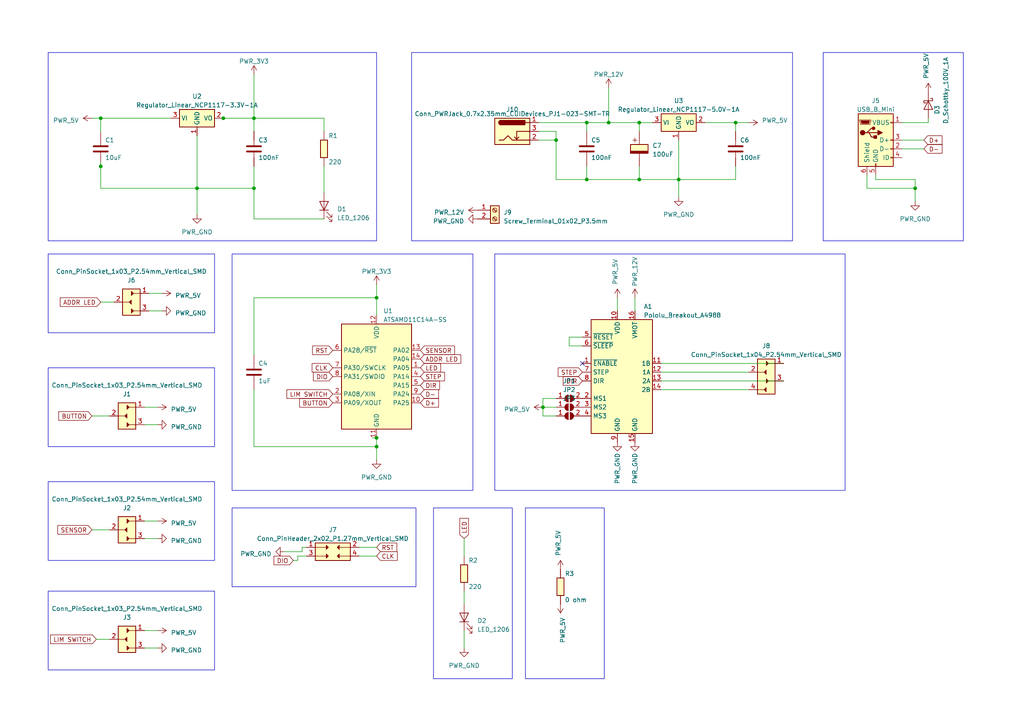
<source format=kicad_sch>
(kicad_sch (version 20230121) (generator eeschema)
  (paper "A4")
  (lib_symbols
    (symbol "A4899:Pololu_Breakout_A4988"
      (property "Reference" "A1" (at 7.0359 19.05 0))
      (property "Value" "Pololu_Breakout_A4988" (at 7.0359 16.51 0))
      (symbol "Pololu_Breakout_A4988_0_1"
        (rectangle (start 10.16 -17.78) (end -7.62 15.24) (stroke (width 0.254)) (fill (type background)))
      )
      (symbol "Pololu_Breakout_A4988_1_1"
        (pin input line (at -10.16 2.54 0) (length 2.54) (name "~{ENABLE}") (number "1"))
        (pin power_in line (at 0 17.78 270) (length 2.54) (name "VDD") (number "10"))
        (pin output line (at 12.7 2.54 180) (length 2.54) (name "1B") (number "11"))
        (pin output line (at 12.7 0 180) (length 2.54) (name "1A") (number "12"))
        (pin output line (at 12.7 -2.54 180) (length 2.54) (name "2A") (number "13"))
        (pin output line (at 12.7 -5.08 180) (length 2.54) (name "2B") (number "14"))
        (pin power_in line (at 5.08 -20.32 90) (length 2.54) (name "GND") (number "15"))
        (pin power_in line (at 5.08 17.78 270) (length 2.54) (name "VMOT") (number "16"))
        (pin input line (at -10.16 -7.62 0) (length 2.54) (name "MS1") (number "2"))
        (pin input line (at -10.16 -10.16 0) (length 2.54) (name "MS2") (number "3"))
        (pin input line (at -10.16 -12.7 0) (length 2.54) (name "MS3") (number "4"))
        (pin input line (at -10.16 10.16 0) (length 2.54) (name "~{RESET}") (number "5"))
        (pin input line (at -10.16 7.62 0) (length 2.54) (name "~{SLEEP}") (number "6"))
        (pin input line (at -10.16 0 0) (length 2.54) (name "STEP") (number "7"))
        (pin input line (at -10.16 -2.54 0) (length 2.54) (name "DIR") (number "8"))
        (pin power_in line (at 0 -20.32 90) (length 2.54) (name "GND") (number "9"))
      )
    )
    (symbol "Connector:USB_B_Mini" (pin_names (offset 1.016))
      (property "Reference" "J" (at -5.08 11.43 0))
      (property "Value" "USB_B_Mini" (at -5.08 8.89 0))
      (symbol "USB_B_Mini_0_1"
        (rectangle (start -5.08 -7.62) (end 5.08 7.62) (stroke (width 0.254)) (fill (type background)))
        (circle (center -3.81 2.159) (radius 0.635) (stroke (width 0.254)) (fill (type outline)))
        (circle (center -0.635 3.429) (radius 0.381) (stroke (width 0.254)) (fill (type outline)))
        (rectangle (start -0.127 -7.62) (end 0.127 -6.858))
        (polyline (pts (xy -1.905 2.159) (xy 0.635 2.159)) (stroke (width 0.254)))
        (polyline (pts (xy -3.175 2.159) (xy -2.54 2.159) (xy -1.27 3.429) (xy -0.635 3.429)) (stroke (width 0.254)))
        (polyline (pts (xy -2.54 2.159) (xy -1.905 2.159) (xy -1.27 0.889) (xy 0 0.889)) (stroke (width 0.254)))
        (polyline (pts (xy 0.635 2.794) (xy 0.635 1.524) (xy 1.905 2.159) (xy 0.635 2.794)) (stroke (width 0.254)) (fill (type outline)))
        (polyline (pts (xy -4.318 5.588) (xy -1.778 5.588) (xy -2.032 4.826) (xy -4.064 4.826) (xy -4.318 5.588)) (fill (type outline)))
        (polyline (pts (xy -4.699 5.842) (xy -4.699 5.588) (xy -4.445 4.826) (xy -4.445 4.572) (xy -1.651 4.572) (xy -1.651 4.826) (xy -1.397 5.588) (xy -1.397 5.842) (xy -4.699 5.842)))
        (rectangle (start 0.254 1.27) (end -0.508 0.508) (stroke (width 0.254)) (fill (type outline)))
        (rectangle (start 5.08 -5.207) (end 4.318 -4.953))
        (rectangle (start 5.08 -2.667) (end 4.318 -2.413))
        (rectangle (start 5.08 -0.127) (end 4.318 0.127))
        (rectangle (start 5.08 4.953) (end 4.318 5.207))
      )
      (symbol "USB_B_Mini_1_1"
        (pin power_out line (at 7.62 5.08 180) (length 2.54) (name "VBUS") (number "1"))
        (pin bidirectional line (at 7.62 -2.54 180) (length 2.54) (name "D-") (number "2"))
        (pin bidirectional line (at 7.62 0 180) (length 2.54) (name "D+") (number "3"))
        (pin passive line (at 7.62 -5.08 180) (length 2.54) (name "ID") (number "4"))
        (pin power_out line (at 0 -10.16 90) (length 2.54) (name "GND") (number "5"))
        (pin passive line (at -2.54 -10.16 90) (length 2.54) (name "Shield") (number "6"))
      )
    )
    (symbol "Jumper:SolderJumper_2_Open" (pin_names (offset 0) hide)
      (property "Reference" "JP" (at 0 2.032 0))
      (property "Value" "SolderJumper_2_Open" (at 0 -2.54 0))
      (symbol "SolderJumper_2_Open_0_1"
        (arc (start -0.254 1.016) (mid -1.2656 0) (end -0.254 -1.016))
        (arc (start -0.254 1.016) (mid -1.2656 0) (end -0.254 -1.016) (fill (type outline)))
        (polyline (pts (xy -0.254 1.016) (xy -0.254 -1.016)))
        (polyline (pts (xy 0.254 1.016) (xy 0.254 -1.016)))
        (arc (start 0.254 -1.016) (mid 1.2656 0) (end 0.254 1.016))
        (arc (start 0.254 -1.016) (mid 1.2656 0) (end 0.254 1.016) (fill (type outline)))
      )
      (symbol "SolderJumper_2_Open_1_1"
        (pin passive line (at -3.81 0 0) (length 2.54) (name "A") (number "1"))
        (pin passive line (at 3.81 0 180) (length 2.54) (name "B") (number "2"))
      )
    )
    (symbol "MCU_Microchip_SAMD:ATSAMD11C14A-SS"
      (property "Reference" "U" (at -10.16 16.51 0))
      (property "Value" "ATSAMD11C14A-SS" (at 1.27 16.51 0))
      (symbol "ATSAMD11C14A-SS_0_1"
        (rectangle (start -10.16 15.24) (end 10.16 -15.24) (stroke (width 0.254)) (fill (type background)))
      )
      (symbol "ATSAMD11C14A-SS_1_1"
        (pin bidirectional line (at 12.7 2.54 180) (length 2.54) (name "PA05") (number "1"))
        (pin bidirectional line (at 12.7 -7.62 180) (length 2.54) (name "PA25") (number "10"))
        (pin power_in line (at 0 -17.78 90) (length 2.54) (name "GND") (number "11"))
        (pin power_in line (at 0 17.78 270) (length 2.54) (name "VDD") (number "12"))
        (pin bidirectional line (at 12.7 7.62 180) (length 2.54) (name "PA02") (number "13"))
        (pin bidirectional line (at 12.7 5.08 180) (length 2.54) (name "PA04") (number "14"))
        (pin bidirectional line (at -12.7 -5.08 0) (length 2.54) (name "PA08/XIN") (number "2"))
        (pin bidirectional line (at -12.7 -7.62 0) (length 2.54) (name "PA09/XOUT") (number "3"))
        (pin bidirectional line (at 12.7 0 180) (length 2.54) (name "PA14") (number "4"))
        (pin bidirectional line (at 12.7 -2.54 180) (length 2.54) (name "PA15") (number "5"))
        (pin bidirectional line (at -12.7 7.62 0) (length 2.54) (name "PA28/~{RST}") (number "6"))
        (pin bidirectional line (at -12.7 2.54 0) (length 2.54) (name "PA30/SWCLK") (number "7"))
        (pin bidirectional line (at -12.7 0 0) (length 2.54) (name "PA31/SWDIO") (number "8"))
        (pin bidirectional line (at 12.7 -5.08 180) (length 2.54) (name "PA24") (number "9"))
      )
    )
    (symbol "fab:CP_Elec_D10.0mm" (pin_numbers hide)
      (property "Reference" "C" (at 1.27 2.54 0))
      (property "Value" "CP_Elec_D10.0mm" (at 1.27 -2.54 0))
      (symbol "CP_Elec_D10.0mm_0_1"
        (rectangle (start -2.54 -0.635) (end 2.54 -1.27) (fill (type outline)))
        (polyline (pts (xy -1.27 1.905) (xy -1.27 3.175)))
        (polyline (pts (xy -0.635 2.54) (xy -1.905 2.54)))
        (polyline (pts (xy 0 -1.27) (xy 0 -2.54)))
        (polyline (pts (xy 0 2.54) (xy 0 1.27)))
        (polyline (pts (xy -2.54 -1.27) (xy -2.54 1.27) (xy 2.54 1.27) (xy 2.54 -1.27) (xy -2.54 -1.27)) (stroke (width 0.254)) (fill (type background)))
      )
      (symbol "CP_Elec_D10.0mm_1_1"
        (pin passive line (at 0 5.08 270) (length 2.54) (name "~") (number "1"))
        (pin passive line (at 0 -5.08 90) (length 2.54) (name "~") (number "2"))
      )
    )
    (symbol "fab:C_1206" (pin_numbers hide)
      (property "Reference" "C" (at 0.635 2.54 0))
      (property "Value" "C_1206" (at 0.635 -2.54 0))
      (symbol "C_1206_0_1"
        (polyline (pts (xy -2.032 -0.762) (xy 2.032 -0.762)) (stroke (width 0.508)))
        (polyline (pts (xy -2.032 0.762) (xy 2.032 0.762)) (stroke (width 0.508)))
        (polyline (pts (xy 0 -0.635) (xy 0 -2.54)))
        (polyline (pts (xy 0 0.635) (xy 0 2.54)))
      )
      (symbol "C_1206_1_1"
        (pin passive line (at 0 5.08 270) (length 2.54) (name "~") (number "1"))
        (pin passive line (at 0 -5.08 90) (length 2.54) (name "~") (number "2"))
      )
    )
    (symbol "fab:Conn_PWRJack_0.7x2.35mm_CUIDevices_PJ1-023-SMT-TR" (pin_names hide)
      (property "Reference" "J" (at 0 5.334 0))
      (property "Value" "Conn_PWRJack_0.7x2.35mm_CUIDevices_PJ1-023-SMT-TR" (at 0 -5.08 0))
      (symbol "Conn_PWRJack_0.7x2.35mm_CUIDevices_PJ1-023-SMT-TR_0_1"
        (rectangle (start -5.08 3.81) (end 5.08 -3.81) (stroke (width 0.254)) (fill (type background)))
        (arc (start -3.302 3.175) (mid -3.9343 2.54) (end -3.302 1.905) (stroke (width 0.254)))
        (arc (start -3.302 3.175) (mid -3.9343 2.54) (end -3.302 1.905) (stroke (width 0.254)) (fill (type outline)))
        (polyline (pts (xy 1.27 -2.286) (xy 1.905 -1.651)) (stroke (width 0.254)))
        (polyline (pts (xy 5.08 2.54) (xy 3.81 2.54)) (stroke (width 0.254)))
        (polyline (pts (xy 5.08 0) (xy 1.27 0) (xy 1.27 -2.286) (xy 0.635 -1.651)) (stroke (width 0.254)))
        (polyline (pts (xy -3.81 -2.54) (xy -2.54 -2.54) (xy -1.27 -1.27) (xy 0 -2.54) (xy 2.54 -2.54) (xy 5.08 -2.54)) (stroke (width 0.254)))
        (rectangle (start 3.683 3.175) (end -3.302 1.905) (stroke (width 0.254)) (fill (type outline)))
      )
      (symbol "Conn_PWRJack_0.7x2.35mm_CUIDevices_PJ1-023-SMT-TR_1_1"
        (pin passive line (at 7.62 2.54 180) (length 2.54) (name "~") (number "1"))
        (pin passive line (at 7.62 -2.54 180) (length 2.54) (name "~") (number "2"))
        (pin passive line (at 7.62 0 180) (length 2.54) (name "~") (number "3"))
      )
    )
    (symbol "fab:Conn_PinHeader_2x02_P1.27mm_Vertical_SMD" (pin_names hide)
      (property "Reference" "J" (at 0 3.81 0))
      (property "Value" "Conn_PinHeader_2x02_P1.27mm_Vertical_SMD" (at 1.27 -3.81 0))
      (symbol "Conn_PinHeader_2x02_P1.27mm_Vertical_SMD_0_1"
        (polyline (pts (xy -5.08 -1.27) (xy -1.27 -1.27)))
        (polyline (pts (xy -1.27 1.27) (xy -5.08 1.27)))
        (polyline (pts (xy 1.27 -1.27) (xy 5.08 -1.27)))
        (polyline (pts (xy 1.27 1.27) (xy 5.08 1.27)))
        (polyline (pts (xy -1.905 -0.635) (xy -1.27 -1.27) (xy -1.905 -1.905) (xy -1.905 -0.635)) (fill (type outline)))
        (polyline (pts (xy -1.905 1.905) (xy -1.27 1.27) (xy -1.905 0.635) (xy -1.905 1.905)) (fill (type outline)))
        (polyline (pts (xy 1.905 -0.635) (xy 1.27 -1.27) (xy 1.905 -1.905) (xy 1.905 -0.635)) (fill (type outline)))
        (polyline (pts (xy 1.905 1.905) (xy 1.27 1.27) (xy 1.905 0.635) (xy 1.905 1.905)) (fill (type outline)))
      )
      (symbol "Conn_PinHeader_2x02_P1.27mm_Vertical_SMD_1_1"
        (rectangle (start -5.08 2.54) (end 5.08 -2.54) (stroke (width 0.254)) (fill (type background)))
        (pin passive line (at -7.62 1.27 0) (length 2.54) (name "Pin_1") (number "1"))
        (pin passive line (at 7.62 1.27 180) (length 2.54) (name "Pin_2") (number "2"))
        (pin passive line (at -7.62 -1.27 0) (length 2.54) (name "Pin_3") (number "3"))
        (pin passive line (at 7.62 -1.27 180) (length 2.54) (name "Pin_4") (number "4"))
      )
    )
    (symbol "fab:Conn_PinSocket_1x03_P2.54mm_Vertical_SMD" (pin_names hide)
      (property "Reference" "J" (at 0 5.08 0))
      (property "Value" "Conn_PinSocket_1x03_P2.54mm_Vertical_SMD" (at 0 -5.08 0))
      (symbol "Conn_PinSocket_1x03_P2.54mm_Vertical_SMD_0_0"
        (rectangle (start -2.54 3.81) (end 2.54 -3.81) (stroke (width 0.254)) (fill (type background)))
        (polyline (pts (xy 0 0) (xy -2.54 0)))
        (polyline (pts (xy 2.54 -2.54) (xy 0 -2.54)))
        (polyline (pts (xy 2.54 2.54) (xy 0 2.54)))
        (polyline (pts (xy 0 -3.175) (xy 0.635 -2.54) (xy 0 -1.905) (xy 0 -3.175)) (fill (type outline)))
        (polyline (pts (xy 0 -0.635) (xy -0.635 0) (xy 0 0.635) (xy 0 -0.635)) (fill (type outline)))
        (polyline (pts (xy 0 1.905) (xy 0.635 2.54) (xy 0 3.175) (xy 0 1.905)) (fill (type outline)))
      )
      (symbol "Conn_PinSocket_1x03_P2.54mm_Vertical_SMD_1_1"
        (pin passive line (at 5.08 2.54 180) (length 2.54) (name "Pin_1") (number "1"))
        (pin passive line (at -5.08 0 0) (length 2.54) (name "Pin_2") (number "2"))
        (pin passive line (at 5.08 -2.54 180) (length 2.54) (name "Pin_1") (number "3"))
      )
    )
    (symbol "fab:Conn_PinSocket_1x04_P2.54mm_Vertical_SMD" (pin_names hide)
      (property "Reference" "J" (at 0 6.35 0))
      (property "Value" "Conn_PinSocket_1x04_P2.54mm_Vertical_SMD" (at 0 -6.35 0))
      (symbol "Conn_PinSocket_1x04_P2.54mm_Vertical_SMD_0_0"
        (rectangle (start -2.54 5.08) (end 2.54 -5.08) (stroke (width 0.254)) (fill (type background)))
        (polyline (pts (xy 0 -3.81) (xy -2.54 -3.81)))
        (polyline (pts (xy 0 1.27) (xy -2.54 1.27)))
        (polyline (pts (xy 2.54 -1.27) (xy 0 -1.27)))
        (polyline (pts (xy 2.54 3.81) (xy 0 3.81)))
        (polyline (pts (xy 0 -4.445) (xy -0.635 -3.81) (xy 0 -3.175) (xy 0 -4.445)) (fill (type outline)))
        (polyline (pts (xy 0 -1.905) (xy 0.635 -1.27) (xy 0 -0.635) (xy 0 -1.905)) (fill (type outline)))
        (polyline (pts (xy 0 0.635) (xy -0.635 1.27) (xy 0 1.905) (xy 0 0.635)) (fill (type outline)))
        (polyline (pts (xy 0 3.175) (xy 0.635 3.81) (xy 0 4.445) (xy 0 3.175)) (fill (type outline)))
      )
      (symbol "Conn_PinSocket_1x04_P2.54mm_Vertical_SMD_1_1"
        (pin passive line (at 5.08 3.81 180) (length 2.54) (name "Pin_1") (number "1"))
        (pin passive line (at -5.08 1.27 0) (length 2.54) (name "Pin_2") (number "2"))
        (pin passive line (at 5.08 -1.27 180) (length 2.54) (name "Pin_1") (number "3"))
        (pin passive line (at -5.08 -3.81 0) (length 2.54) (name "Pin_2") (number "4"))
      )
    )
    (symbol "fab:D_Schottky_100V_1A" (pin_numbers hide) (pin_names (offset 1.016) hide)
      (property "Reference" "D" (at 0 2.54 0))
      (property "Value" "D_Schottky_100V_1A" (at 0 -2.54 0))
      (symbol "D_Schottky_100V_1A_0_1"
        (polyline (pts (xy 1.27 0) (xy -1.27 0)))
        (polyline (pts (xy 1.27 1.27) (xy 1.27 -1.27) (xy -1.27 0) (xy 1.27 1.27)) (stroke (width 0.2032)))
        (polyline (pts (xy -1.905 0.635) (xy -1.905 1.27) (xy -1.27 1.27) (xy -1.27 -1.27) (xy -0.635 -1.27) (xy -0.635 -0.635)) (stroke (width 0.2032)))
      )
      (symbol "D_Schottky_100V_1A_1_1"
        (pin passive line (at -3.81 0 0) (length 2.54) (name "K") (number "1"))
        (pin passive line (at 3.81 0 180) (length 2.54) (name "A") (number "2"))
      )
    )
    (symbol "fab:LED_1206" (pin_numbers hide) (pin_names (offset 1.016) hide)
      (property "Reference" "D" (at 0 2.54 0))
      (property "Value" "LED_1206" (at 0 -2.54 0))
      (symbol "LED_1206_0_1"
        (polyline (pts (xy -1.27 -1.27) (xy -1.27 1.27)) (stroke (width 0.2032)))
        (polyline (pts (xy -1.27 0) (xy 1.27 0)))
        (polyline (pts (xy 1.27 -1.27) (xy 1.27 1.27) (xy -1.27 0) (xy 1.27 -1.27)) (stroke (width 0.2032)))
        (polyline (pts (xy -3.048 -0.762) (xy -4.572 -2.286) (xy -3.81 -2.286) (xy -4.572 -2.286) (xy -4.572 -1.524)))
        (polyline (pts (xy -1.778 -0.762) (xy -3.302 -2.286) (xy -2.54 -2.286) (xy -3.302 -2.286) (xy -3.302 -1.524)))
      )
      (symbol "LED_1206_1_1"
        (pin passive line (at -3.81 0 0) (length 2.54) (name "K") (number "1"))
        (pin passive line (at 3.81 0 180) (length 2.54) (name "A") (number "2"))
      )
    )
    (symbol "fab:PWR_12V" (power) (pin_names (offset 0))
      (property "Value" "PWR_12V" (at 0 3.556 0))
      (symbol "PWR_12V_0_1"
        (polyline (pts (xy -0.762 1.27) (xy 0 2.54)))
        (polyline (pts (xy 0 0) (xy 0 2.54)))
        (polyline (pts (xy 0 2.54) (xy 0.762 1.27)))
      )
      (symbol "PWR_12V_1_1"
        (pin power_in line (at 0 0 90) (length 0) hide (name "PWR_12V") (number "1"))
      )
    )
    (symbol "fab:PWR_3V3" (power) (pin_names (offset 0))
      (property "Value" "PWR_3V3" (at 0 3.556 0))
      (symbol "PWR_3V3_0_1"
        (polyline (pts (xy -0.762 1.27) (xy 0 2.54)))
        (polyline (pts (xy 0 0) (xy 0 2.54)))
        (polyline (pts (xy 0 2.54) (xy 0.762 1.27)))
      )
      (symbol "PWR_3V3_1_1"
        (pin power_in line (at 0 0 90) (length 0) hide (name "PWR_3V3") (number "1"))
      )
    )
    (symbol "fab:PWR_5V" (power) (pin_names (offset 0))
      (property "Value" "PWR_5V" (at 0 3.556 0))
      (symbol "PWR_5V_0_1"
        (polyline (pts (xy -0.762 1.27) (xy 0 2.54)))
        (polyline (pts (xy 0 0) (xy 0 2.54)))
        (polyline (pts (xy 0 2.54) (xy 0.762 1.27)))
      )
      (symbol "PWR_5V_1_1"
        (pin power_in line (at 0 0 90) (length 0) hide (name "PWR_5V") (number "1"))
      )
    )
    (symbol "fab:PWR_GND" (power) (pin_names (offset 0))
      (property "Value" "PWR_GND" (at 0 -3.81 0))
      (symbol "PWR_GND_0_1"
        (polyline (pts (xy 0 0) (xy 0 -1.27) (xy 1.27 -1.27) (xy 0 -2.54) (xy -1.27 -1.27) (xy 0 -1.27)))
      )
      (symbol "PWR_GND_1_1"
        (pin power_in line (at 0 0 270) (length 0) hide (name "PWR_GND") (number "1"))
      )
    )
    (symbol "fab:R_1206" (pin_numbers hide) (pin_names (offset 0))
      (property "Reference" "R" (at 2.54 0 90))
      (property "Value" "R_1206" (at -2.54 0 90))
      (symbol "R_1206_0_1"
        (rectangle (start -1.016 -2.54) (end 1.016 2.54) (stroke (width 0.254)) (fill (type background)))
      )
      (symbol "R_1206_1_1"
        (pin passive line (at 0 5.08 270) (length 2.54) (name "~") (number "1"))
        (pin passive line (at 0 -5.08 90) (length 2.54) (name "~") (number "2"))
      )
    )
    (symbol "fab:Regulator_Linear_NCP1117-5.0V-1A"
      (property "Reference" "U" (at -5.08 6.35 0))
      (property "Value" "Regulator_Linear_NCP1117-5.0V-1A" (at -5.08 3.81 0))
      (symbol "Regulator_Linear_NCP1117-5.0V-1A_0_1"
        (rectangle (start -5.08 2.54) (end 5.08 -2.54) (stroke (width 0.254)) (fill (type background)))
      )
      (symbol "Regulator_Linear_NCP1117-5.0V-1A_1_1"
        (pin power_in line (at 0 -5.08 90) (length 2.54) (name "GND") (number "1"))
        (pin power_out line (at 7.62 0 180) (length 2.54) (name "VO") (number "2"))
        (pin power_in line (at -7.62 0 0) (length 2.54) (name "VI") (number "3"))
      )
    )
    (symbol "fab:Screw_Terminal_01x02_P3.5mm" (pin_names (offset 1.016) hide)
      (property "Reference" "J" (at 0 3.81 0))
      (property "Value" "Screw_Terminal_01x02_P3.5mm" (at 0 -3.81 0))
      (symbol "Screw_Terminal_01x02_P3.5mm_1_1"
        (rectangle (start -1.27 2.54) (end 1.27 -2.54) (stroke (width 0.254)) (fill (type background)))
        (circle (center 0 -1.27) (radius 0.635) (stroke (width 0.1524)))
        (polyline (pts (xy -0.5334 -0.9398) (xy 0.3302 -1.778)) (stroke (width 0.1524)))
        (polyline (pts (xy -0.5334 1.6002) (xy 0.3302 0.762)) (stroke (width 0.1524)))
        (polyline (pts (xy -0.3556 -0.762) (xy 0.508 -1.6002)) (stroke (width 0.1524)))
        (polyline (pts (xy -0.3556 1.778) (xy 0.508 0.9398)) (stroke (width 0.1524)))
        (circle (center 0 1.27) (radius 0.635) (stroke (width 0.1524)))
        (pin passive line (at -5.08 1.27 0) (length 3.81) (name "Pin_1") (number "1"))
        (pin passive line (at -5.08 -1.27 0) (length 3.81) (name "Pin_2") (number "2"))
      )
    )
  )
  (junction (at 157.48 118.11))
  (junction (at 213.36 35.56))
  (junction (at 64.77 34.29))
  (junction (at 29.21 48.26))
  (junction (at 161.29 40.64))
  (junction (at 57.15 54.61))
  (junction (at 29.21 34.29))
  (junction (at 185.42 52.07))
  (junction (at 170.18 35.56))
  (junction (at 185.42 35.56))
  (junction (at 109.22 129.54))
  (junction (at 73.66 34.29))
  (junction (at 170.18 52.07))
  (junction (at 176.53 35.56))
  (junction (at 196.85 52.07))
  (junction (at 265.43 54.61))
  (junction (at 73.66 54.61))
  (junction (at 109.22 86.36))
  (junction (at 109.22 127))
  (no_connect (at 168.91 105.41))
  (wire (pts (xy 170.18 52.07) (xy 185.42 52.07)))
  (wire (pts (xy 156.21 38.1) (xy 161.29 38.1)))
  (wire (pts (xy 134.62 171.45) (xy 134.62 175.26)))
  (wire (pts (xy 43.18 90.17) (xy 46.99 90.17)))
  (wire (pts (xy 170.18 35.56) (xy 176.53 35.56)))
  (wire (pts (xy 87.63 160.02) (xy 82.55 160.02)))
  (wire (pts (xy 191.77 110.49) (xy 227.33 110.49)))
  (wire (pts (xy 41.91 182.88) (xy 45.72 182.88)))
  (wire (pts (xy 254 52.07) (xy 265.43 52.07)))
  (wire (pts (xy 184.15 86.36) (xy 184.15 90.17)))
  (wire (pts (xy 29.21 46.99) (xy 29.21 48.26)))
  (wire (pts (xy 170.18 35.56) (xy 170.18 38.1)))
  (wire (pts (xy 93.98 63.5) (xy 73.66 63.5)))
  (wire (pts (xy 87.63 158.75) (xy 87.63 160.02)))
  (wire (pts (xy 196.85 52.07) (xy 213.36 52.07)))
  (wire (pts (xy 191.77 113.03) (xy 217.17 113.03)))
  (wire (pts (xy 185.42 35.56) (xy 189.23 35.56)))
  (wire (pts (xy 26.67 153.67) (xy 31.75 153.67)))
  (wire (pts (xy 251.46 54.61) (xy 265.43 54.61)))
  (wire (pts (xy 29.21 54.61) (xy 57.15 54.61)))
  (wire (pts (xy 41.91 187.96) (xy 45.72 187.96)))
  (wire (pts (xy 41.91 123.19) (xy 45.72 123.19)))
  (wire (pts (xy 157.48 120.65) (xy 157.48 118.11)))
  (wire (pts (xy 185.42 48.26) (xy 185.42 52.07)))
  (wire (pts (xy 191.77 107.95) (xy 217.17 107.95)))
  (wire (pts (xy 165.1 97.79) (xy 165.1 100.33)))
  (wire (pts (xy 156.21 35.56) (xy 170.18 35.56)))
  (wire (pts (xy 93.98 48.26) (xy 93.98 55.88)))
  (wire (pts (xy 64.77 34.29) (xy 73.66 34.29)))
  (wire (pts (xy 157.48 118.11) (xy 161.29 118.11)))
  (wire (pts (xy 41.91 156.21) (xy 45.72 156.21)))
  (wire (pts (xy 196.85 40.64) (xy 196.85 52.07)))
  (wire (pts (xy 29.21 87.63) (xy 33.02 87.63)))
  (wire (pts (xy 134.62 156.21) (xy 134.62 161.29)))
  (wire (pts (xy 26.67 120.65) (xy 31.75 120.65)))
  (wire (pts (xy 109.22 127) (xy 109.22 129.54)))
  (wire (pts (xy 176.53 25.4) (xy 176.53 35.56)))
  (wire (pts (xy 109.22 129.54) (xy 109.22 133.35)))
  (wire (pts (xy 73.66 63.5) (xy 73.66 54.61)))
  (wire (pts (xy 109.22 86.36) (xy 73.66 86.36)))
  (wire (pts (xy 168.91 97.79) (xy 165.1 97.79)))
  (wire (pts (xy 73.66 21.59) (xy 73.66 34.29)))
  (wire (pts (xy 161.29 115.57) (xy 157.48 115.57)))
  (wire (pts (xy 26.67 34.29) (xy 29.21 34.29)))
  (wire (pts (xy 213.36 35.56) (xy 217.17 35.56)))
  (wire (pts (xy 41.91 118.11) (xy 45.72 118.11)))
  (wire (pts (xy 261.62 43.18) (xy 267.97 43.18)))
  (wire (pts (xy 185.42 35.56) (xy 185.42 38.1)))
  (wire (pts (xy 86.36 161.29) (xy 86.36 162.56)))
  (wire (pts (xy 196.85 52.07) (xy 196.85 57.15)))
  (wire (pts (xy 41.91 151.13) (xy 45.72 151.13)))
  (wire (pts (xy 176.53 35.56) (xy 185.42 35.56)))
  (wire (pts (xy 29.21 38.1) (xy 29.21 34.29)))
  (wire (pts (xy 157.48 115.57) (xy 157.48 118.11)))
  (wire (pts (xy 213.36 52.07) (xy 213.36 48.26)))
  (wire (pts (xy 73.66 34.29) (xy 93.98 34.29)))
  (wire (pts (xy 191.77 105.41) (xy 227.33 105.41)))
  (wire (pts (xy 161.29 52.07) (xy 170.18 52.07)))
  (wire (pts (xy 57.15 39.37) (xy 57.15 54.61)))
  (wire (pts (xy 185.42 52.07) (xy 196.85 52.07)))
  (wire (pts (xy 165.1 100.33) (xy 168.91 100.33)))
  (wire (pts (xy 204.47 35.56) (xy 213.36 35.56)))
  (wire (pts (xy 134.62 182.88) (xy 134.62 187.96)))
  (wire (pts (xy 265.43 52.07) (xy 265.43 54.61)))
  (wire (pts (xy 57.15 54.61) (xy 73.66 54.61)))
  (wire (pts (xy 73.66 86.36) (xy 73.66 102.87)))
  (wire (pts (xy 104.14 158.75) (xy 109.22 158.75)))
  (wire (pts (xy 63.5 34.29) (xy 64.77 34.29)))
  (wire (pts (xy 73.66 129.54) (xy 109.22 129.54)))
  (wire (pts (xy 109.22 86.36) (xy 109.22 91.44)))
  (wire (pts (xy 269.24 35.56) (xy 269.24 34.29)))
  (wire (pts (xy 107.95 127) (xy 109.22 127)))
  (wire (pts (xy 156.21 40.64) (xy 161.29 40.64)))
  (wire (pts (xy 104.14 161.29) (xy 109.22 161.29)))
  (wire (pts (xy 86.36 161.29) (xy 88.9 161.29)))
  (wire (pts (xy 261.62 35.56) (xy 269.24 35.56)))
  (wire (pts (xy 86.36 162.56) (xy 85.09 162.56)))
  (wire (pts (xy 87.63 158.75) (xy 88.9 158.75)))
  (wire (pts (xy 73.66 113.03) (xy 73.66 129.54)))
  (wire (pts (xy 93.98 34.29) (xy 93.98 38.1)))
  (wire (pts (xy 161.29 40.64) (xy 161.29 52.07)))
  (wire (pts (xy 265.43 54.61) (xy 265.43 58.42)))
  (wire (pts (xy 29.21 48.26) (xy 29.21 54.61)))
  (wire (pts (xy 43.18 85.09) (xy 46.99 85.09)))
  (wire (pts (xy 161.29 38.1) (xy 161.29 40.64)))
  (wire (pts (xy 57.15 54.61) (xy 57.15 62.23)))
  (wire (pts (xy 179.07 86.36) (xy 179.07 90.17)))
  (wire (pts (xy 251.46 50.8) (xy 251.46 54.61)))
  (wire (pts (xy 161.29 120.65) (xy 157.48 120.65)))
  (wire (pts (xy 213.36 38.1) (xy 213.36 35.56)))
  (wire (pts (xy 261.62 40.64) (xy 267.97 40.64)))
  (wire (pts (xy 170.18 48.26) (xy 170.18 52.07)))
  (wire (pts (xy 73.66 34.29) (xy 73.66 38.1)))
  (wire (pts (xy 29.21 34.29) (xy 49.53 34.29)))
  (wire (pts (xy 254 50.8) (xy 254 52.07)))
  (wire (pts (xy 73.66 54.61) (xy 73.66 48.26)))
  (wire (pts (xy 109.22 82.55) (xy 109.22 86.36)))
  (wire (pts (xy 27.94 185.42) (xy 31.75 185.42)))
  (rectangle (start 13.97 15.24) (end 109.22 69.85))
  (rectangle (start 143.51 73.66) (end 245.11 142.24))
  (rectangle (start 67.31 73.66) (end 137.16 142.24))
  (rectangle (start 13.97 171.45) (end 62.23 194.31))
  (rectangle (start 119.38 15.24) (end 229.87 69.85))
  (rectangle (start 13.97 139.7) (end 62.23 162.56))
  (rectangle (start 152.4 147.32) (end 175.26 196.85))
  (rectangle (start 125.73 147.32) (end 148.59 196.85))
  (rectangle (start 238.76 15.24) (end 279.4 69.85))
  (rectangle (start 13.97 73.66) (end 62.23 96.52))
  (rectangle (start 13.97 106.68) (end 62.23 129.54))
  (rectangle (start 67.31 147.32) (end 120.65 170.18))
  (global_label "LED" (shape input) (at 134.62 156.21 90) (property "Intersheetrefs" "${INTERSHEET_REFS}" (effects hide)))
  (global_label "DIO" (shape input) (at 96.52 109.22 180) (property "Intersheetrefs" "${INTERSHEET_REFS}" (effects hide)))
  (global_label "BUTTON" (shape input) (at 26.67 120.65 180) (property "Intersheetrefs" "${INTERSHEET_REFS}" (effects hide)))
  (global_label "D+" (shape input) (at 267.97 40.64 0) (property "Intersheetrefs" "${INTERSHEET_REFS}" (effects hide)))
  (global_label "STEP" (shape input) (at 121.92 109.22 0) (property "Intersheetrefs" "${INTERSHEET_REFS}" (effects hide)))
  (global_label "SENSOR" (shape input) (at 121.92 101.6 0) (property "Intersheetrefs" "${INTERSHEET_REFS}" (effects hide)))
  (global_label "CLK" (shape input) (at 109.22 161.29 0) (property "Intersheetrefs" "${INTERSHEET_REFS}" (effects hide)))
  (global_label "D-" (shape input) (at 267.97 43.18 0) (property "Intersheetrefs" "${INTERSHEET_REFS}" (effects hide)))
  (global_label "LIM SWITCH" (shape input) (at 27.94 185.42 180) (property "Intersheetrefs" "${INTERSHEET_REFS}" (effects hide)))
  (global_label "LED" (shape input) (at 121.92 106.68 0) (property "Intersheetrefs" "${INTERSHEET_REFS}" (effects hide)))
  (global_label "D+" (shape input) (at 121.92 116.84 0) (property "Intersheetrefs" "${INTERSHEET_REFS}" (effects hide)))
  (global_label "LIM SWITCH" (shape input) (at 96.52 114.3 180) (property "Intersheetrefs" "${INTERSHEET_REFS}" (effects hide)))
  (global_label "RST" (shape input) (at 109.22 158.75 0) (property "Intersheetrefs" "${INTERSHEET_REFS}" (effects hide)))
  (global_label "DIR" (shape input) (at 168.91 110.49 180) (property "Intersheetrefs" "${INTERSHEET_REFS}" (effects hide)))
  (global_label "RST" (shape input) (at 96.52 101.6 180) (property "Intersheetrefs" "${INTERSHEET_REFS}" (effects hide)))
  (global_label "ADDR LED" (shape input) (at 29.21 87.63 180) (property "Intersheetrefs" "${INTERSHEET_REFS}" (effects hide)))
  (global_label "DIR" (shape input) (at 121.92 111.76 0) (property "Intersheetrefs" "${INTERSHEET_REFS}" (effects hide)))
  (global_label "CLK" (shape input) (at 96.52 106.68 180) (property "Intersheetrefs" "${INTERSHEET_REFS}" (effects hide)))
  (global_label "D-" (shape input) (at 121.92 114.3 0) (property "Intersheetrefs" "${INTERSHEET_REFS}" (effects hide)))
  (global_label "BUTTON" (shape input) (at 96.52 116.84 180) (property "Intersheetrefs" "${INTERSHEET_REFS}" (effects hide)))
  (global_label "SENSOR" (shape input) (at 26.67 153.67 180) (property "Intersheetrefs" "${INTERSHEET_REFS}" (effects hide)))
  (global_label "STEP" (shape input) (at 168.91 107.95 180) (property "Intersheetrefs" "${INTERSHEET_REFS}" (effects hide)))
  (global_label "DIO" (shape input) (at 85.09 162.56 180) (property "Intersheetrefs" "${INTERSHEET_REFS}" (effects hide)))
  (global_label "ADDR LED" (shape input) (at 121.92 104.14 0) (property "Intersheetrefs" "${INTERSHEET_REFS}" (effects hide)))
  (symbol (lib_id "fab:PWR_GND") (at 82.55 160.02 270) (unit 1)
    (property "Reference" "#PWR019" (effects hide))
    (property "Value" "PWR_GND" (at 78.74 160.655 90) (effects (justify right)))
  )
  (symbol (lib_id "fab:Conn_PinSocket_1x03_P2.54mm_Vertical_SMD") (at 36.83 185.42 0) (unit 1)
    (property "Reference" "J3" (at 36.83 179.07 0))
    (property "Value" "Conn_PinSocket_1x03_P2.54mm_Vertical_SMD" (at 36.83 176.53 0))
    (property "Footprint" "fab:PinSocket_1x03_P2.54mm_Vertical_SMD" (effects hide))
    (property "Datasheet" "https://media.digikey.com/pdf/Data%20Sheets/Sullins%20PDFs/NPxCxx1KFXx-RC%2010487-D.pdf" (effects hide))
  )
  (symbol (lib_id "A4899:Pololu_Breakout_A4988") (at 179.07 107.95 0) (unit 1)
    (property "Reference" "A1" (at 186.69 88.9 0) (effects (justify left)))
    (property "Value" "Pololu_Breakout_A4988" (at 186.69 91.44 0) (effects (justify left)))
    (property "Footprint" "A4899_DRV:A4899" (effects hide))
    (property "Datasheet" "https://www.pololu.com/product/2980/pictures" (effects hide))
  )
  (symbol (lib_id "fab:R_1206") (at 134.62 166.37 0) (unit 1)
    (property "Reference" "R2" (at 135.89 162.56 0) (effects (justify left)))
    (property "Value" "220" (at 135.89 170.18 0) (effects (justify left)))
    (property "Footprint" "fab:R_1206" (effects hide))
  )
  (symbol (lib_id "fab:PWR_5V") (at 162.56 165.1 0) (unit 1)
    (property "Reference" "#PWR028" (effects hide))
    (property "Value" "PWR_5V" (at 161.925 161.29 90) (effects (justify left)))
  )
  (symbol (lib_id "fab:D_Schottky_100V_1A") (at 269.24 30.48 270) (unit 1)
    (property "Reference" "D3" (at 271.78 30.48 0) (effects (justify left)))
    (property "Value" "D_Schottky_100V_1A" (at 274.32 16.51 0) (effects (justify left)))
    (property "Footprint" "fab:SOD-123T" (effects hide))
    (property "Datasheet" "https://www.st.com/content/ccc/resource/technical/document/datasheet/c6/32/d4/4a/28/d3/4b/11/CD00004930.pdf/files/CD00004930.pdf/jcr:content/translations/en.CD00004930.pdf" (effects hide))
  )
  (symbol (lib_id "fab:Conn_PinSocket_1x03_P2.54mm_Vertical_SMD") (at 38.1 87.63 0) (unit 1)
    (property "Reference" "J6" (at 38.1 81.28 0))
    (property "Value" "Conn_PinSocket_1x03_P2.54mm_Vertical_SMD" (at 38.1 78.74 0))
    (property "Footprint" "fab:PinSocket_1x03_P2.54mm_Vertical_SMD" (effects hide))
    (property "Datasheet" "https://media.digikey.com/pdf/Data%20Sheets/Sullins%20PDFs/NPxCxx1KFXx-RC%2010487-D.pdf" (effects hide))
  )
  (symbol (lib_id "fab:PWR_5V") (at 45.72 182.88 270) (unit 1)
    (property "Reference" "#PWR012" (effects hide))
    (property "Value" "PWR_5V" (at 49.53 183.515 90) (effects (justify left)))
  )
  (symbol (lib_id "fab:PWR_5V") (at 46.99 85.09 270) (unit 1)
    (property "Reference" "#PWR06" (effects hide))
    (property "Value" "PWR_5V" (at 50.8 85.725 90) (effects (justify left)))
  )
  (symbol (lib_id "fab:PWR_12V") (at 184.15 86.36 0) (unit 1)
    (property "Reference" "#PWR021" (effects hide))
    (property "Value" "PWR_12V" (at 184.15 78.74 90))
  )
  (symbol (lib_id "Jumper:SolderJumper_2_Open") (at 165.1 115.57 0) (unit 1)
    (property "Reference" "JP1" (at 165.1 110.49 0))
    (property "Value" "SolderJumper_2_Open" (effects hide))
    (property "Footprint" "Jumper:SolderJumper-2_P1.3mm_Open_Pad1.0x1.5mm" (effects hide))
  )
  (symbol (lib_id "fab:PWR_12V") (at 176.53 25.4 0) (unit 1)
    (property "Reference" "#PWR014" (effects hide))
    (property "Value" "PWR_12V" (at 176.53 21.59 0))
  )
  (symbol (lib_id "fab:PWR_GND") (at 179.07 128.27 0) (unit 1)
    (property "Reference" "#PWR023" (effects hide))
    (property "Value" "PWR_GND" (at 179.07 135.89 90))
  )
  (symbol (lib_id "fab:Conn_PinSocket_1x03_P2.54mm_Vertical_SMD") (at 36.83 120.65 0) (unit 1)
    (property "Reference" "J1" (at 36.83 114.3 0))
    (property "Value" "Conn_PinSocket_1x03_P2.54mm_Vertical_SMD" (at 36.83 111.76 0))
    (property "Footprint" "fab:PinSocket_1x03_P2.54mm_Vertical_SMD" (effects hide))
    (property "Datasheet" "https://media.digikey.com/pdf/Data%20Sheets/Sullins%20PDFs/NPxCxx1KFXx-RC%2010487-D.pdf" (effects hide))
  )
  (symbol (lib_id "fab:PWR_GND") (at 45.72 123.19 90) (unit 1)
    (property "Reference" "#PWR09" (effects hide))
    (property "Value" "PWR_GND" (at 49.53 123.825 90) (effects (justify right)))
  )
  (symbol (lib_id "fab:C_1206") (at 170.18 43.18 0) (unit 1)
    (property "Reference" "C5" (at 171.45 40.64 0) (effects (justify left)))
    (property "Value" "100nF" (at 171.45 45.72 0) (effects (justify left)))
    (property "Footprint" "fab:C_1206" (effects hide))
    (property "Datasheet" "https://www.yageo.com/upload/media/product/productsearch/datasheet/mlcc/UPY-GP_NP0_16V-to-50V_18.pdf" (effects hide))
  )
  (symbol (lib_id "fab:PWR_5V") (at 45.72 151.13 270) (unit 1)
    (property "Reference" "#PWR010" (effects hide))
    (property "Value" "PWR_5V" (at 49.53 151.765 90) (effects (justify left)))
  )
  (symbol (lib_id "fab:Regulator_Linear_NCP1117-5.0V-1A") (at 57.15 34.29 0) (unit 1)
    (property "Reference" "U2" (at 57.15 27.94 0))
    (property "Value" "Regulator_Linear_NCP1117-3.3V-1A" (at 57.15 30.48 0))
    (property "Footprint" "fab:SOT-223-3_TabPin2" (effects hide))
    (property "Datasheet" "https://www.onsemi.com/pub/Collateral/NCP1117-D.PDF" (effects hide))
  )
  (symbol (lib_id "fab:PWR_GND") (at 45.72 156.21 90) (unit 1)
    (property "Reference" "#PWR011" (effects hide))
    (property "Value" "PWR_GND" (at 49.53 156.845 90) (effects (justify right)))
  )
  (symbol (lib_id "fab:LED_1206") (at 134.62 179.07 90) (unit 1)
    (property "Reference" "D2" (at 138.43 180.0352 90) (effects (justify right)))
    (property "Value" "LED_1206" (at 138.43 182.5752 90) (effects (justify right)))
    (property "Footprint" "fab:LED_1206" (effects hide))
    (property "Datasheet" "https://optoelectronics.liteon.com/upload/download/DS-22-98-0002/LTST-C150CKT.pdf" (effects hide))
  )
  (symbol (lib_id "fab:PWR_GND") (at 45.72 187.96 90) (unit 1)
    (property "Reference" "#PWR013" (effects hide))
    (property "Value" "PWR_GND" (at 49.53 188.595 90) (effects (justify right)))
  )
  (symbol (lib_id "fab:Conn_PinHeader_2x02_P1.27mm_Vertical_SMD") (at 96.52 160.02 0) (unit 1)
    (property "Reference" "J7" (at 96.52 153.67 0))
    (property "Value" "Conn_PinHeader_2x02_P1.27mm_Vertical_SMD" (at 96.52 156.21 0))
    (property "Footprint" "fab:PinHeader_2x02_P1.27mm_Vertical_SMD" (effects hide))
    (property "Datasheet" "https://s3.amazonaws.com/catalogspreads-pdf/PAGE94-95%20.050%20MALE%20HDR%20ST%20RA%20SMT.pdf" (effects hide))
  )
  (symbol (lib_id "fab:PWR_GND") (at 196.85 57.15 0) (unit 1)
    (property "Reference" "#PWR016" (effects hide))
    (property "Value" "PWR_GND" (at 196.85 62.23 0))
  )
  (symbol (lib_id "fab:Conn_PinSocket_1x04_P2.54mm_Vertical_SMD") (at 222.25 109.22 0) (unit 1)
    (property "Reference" "J8" (at 222.25 100.33 0))
    (property "Value" "Conn_PinSocket_1x04_P2.54mm_Vertical_SMD" (at 222.25 102.87 0))
    (property "Footprint" "fab:PinSocket_1x04_P2.54mm_Vertical_SMD" (effects hide))
    (property "Datasheet" "https://media.digikey.com/pdf/Data%20Sheets/Sullins%20PDFs/NPxCxx1KFXx-RC%2010487-D.pdf" (effects hide))
  )
  (symbol (lib_id "fab:CP_Elec_D10.0mm") (at 185.42 43.18 0) (unit 1)
    (property "Reference" "C7" (at 189.23 42.2275 0) (effects (justify left)))
    (property "Value" "100uF" (at 189.23 44.7675 0) (effects (justify left)))
    (property "Footprint" "fab:CP_Elec_D10.0mm" (effects hide))
    (property "Datasheet" "https://na.industrial.panasonic.com/file-download/19641" (effects hide))
  )
  (symbol (lib_id "fab:PWR_5V") (at 217.17 35.56 270) (unit 1)
    (property "Reference" "#PWR015" (effects hide))
    (property "Value" "PWR_5V" (at 220.98 34.925 90) (effects (justify left)))
  )
  (symbol (lib_id "fab:PWR_GND") (at 134.62 187.96 0) (unit 1)
    (property "Reference" "#PWR025" (effects hide))
    (property "Value" "PWR_GND" (at 134.62 193.04 0))
  )
  (symbol (lib_id "Jumper:SolderJumper_2_Open") (at 165.1 118.11 0) (unit 1)
    (property "Reference" "JP2" (at 165.1 113.03 0))
    (property "Value" "SolderJumper_2_Open" (effects hide))
    (property "Footprint" "Jumper:SolderJumper-2_P1.3mm_Open_Pad1.0x1.5mm" (effects hide))
  )
  (symbol (lib_id "fab:C_1206") (at 29.21 43.18 0) (unit 1)
    (property "Reference" "C1" (at 30.48 40.64 0) (effects (justify left)))
    (property "Value" "10uF" (at 30.48 45.72 0) (effects (justify left)))
    (property "Footprint" "fab:C_1206" (effects hide))
    (property "Datasheet" "https://www.yageo.com/upload/media/product/productsearch/datasheet/mlcc/UPY-GP_NP0_16V-to-50V_18.pdf" (effects hide))
  )
  (symbol (lib_id "fab:PWR_GND") (at 265.43 58.42 0) (unit 1)
    (property "Reference" "#PWR017" (effects hide))
    (property "Value" "PWR_GND" (at 265.43 63.5 0))
  )
  (symbol (lib_id "fab:PWR_5V") (at 162.56 175.26 180) (unit 1)
    (property "Reference" "#PWR029" (effects hide))
    (property "Value" "PWR_5V" (at 163.195 179.07 90) (effects (justify left)))
  )
  (symbol (lib_id "fab:Screw_Terminal_01x02_P3.5mm") (at 143.51 62.23 0) (unit 1)
    (property "Reference" "J9" (at 146.05 61.595 0) (effects (justify left)))
    (property "Value" "Screw_Terminal_01x02_P3.5mm" (at 146.05 64.135 0) (effects (justify left)))
    (property "Footprint" "fab:TerminalBlock_OnShore_1x02_P3.50mm_Horizontal" (effects hide))
    (property "Datasheet" "www.on-shore.com/wp-content/uploads/ED555XDS.pdf" (effects hide))
  )
  (symbol (lib_id "fab:R_1206") (at 93.98 43.18 0) (unit 1)
    (property "Reference" "R1" (at 95.25 39.37 0) (effects (justify left)))
    (property "Value" "220" (at 95.25 46.99 0) (effects (justify left)))
    (property "Footprint" "fab:R_1206" (effects hide))
  )
  (symbol (lib_id "fab:C_1206") (at 213.36 43.18 0) (unit 1)
    (property "Reference" "C6" (at 214.63 40.64 0) (effects (justify left)))
    (property "Value" "100nF" (at 214.63 45.72 0) (effects (justify left)))
    (property "Footprint" "fab:C_1206" (effects hide))
    (property "Datasheet" "https://www.yageo.com/upload/media/product/productsearch/datasheet/mlcc/UPY-GP_NP0_16V-to-50V_18.pdf" (effects hide))
  )
  (symbol (lib_id "fab:Conn_PWRJack_0.7x2.35mm_CUIDevices_PJ1-023-SMT-TR") (at 148.59 38.1 0) (unit 1)
    (property "Reference" "J10" (at 148.59 31.75 0))
    (property "Value" "Conn_PWRJack_0.7x2.35mm_CUIDevices_PJ1-023-SMT-TR" (at 148.59 33.02 0))
    (property "Footprint" "fab:CUIDevices_PJ1-023-SMT-TR_PWRJack_0.7x2.35mm" (effects hide))
    (property "Datasheet" "https://www.cuidevices.com/product/resource/digikeypdf/pj1-023-smt-tr.pdf" (effects hide))
  )
  (symbol (lib_id "Connector:USB_B_Mini") (at 254 40.64 0) (unit 1)
    (property "Reference" "J5" (at 254 29.21 0))
    (property "Value" "USB_B_Mini" (at 254 31.75 0))
    (property "Footprint" "Connector_USB:USB_Mini-B_Lumberg_2486_01_Horizontal" (effects hide))
  )
  (symbol (lib_id "fab:PWR_5V") (at 179.07 86.36 0) (unit 1)
    (property "Reference" "#PWR020" (effects hide))
    (property "Value" "PWR_5V" (at 178.435 82.55 90) (effects (justify left)))
  )
  (symbol (lib_id "fab:PWR_GND") (at 109.22 133.35 0) (unit 1)
    (property "Reference" "#PWR05" (effects hide))
    (property "Value" "PWR_GND" (at 109.22 138.43 0))
  )
  (symbol (lib_id "fab:PWR_3V3") (at 73.66 21.59 0) (unit 1)
    (property "Reference" "#PWR01" (effects hide))
    (property "Value" "PWR_3V3" (at 73.66 17.78 0))
  )
  (symbol (lib_id "fab:PWR_GND") (at 57.15 62.23 0) (unit 1)
    (property "Reference" "#PWR03" (effects hide))
    (property "Value" "PWR_GND" (at 57.15 67.31 0))
  )
  (symbol (lib_id "MCU_Microchip_SAMD:ATSAMD11C14A-SS") (at 109.22 109.22 0) (unit 1)
    (property "Reference" "U1" (at 111.1759 90.17 0) (effects (justify left)))
    (property "Value" "ATSAMD11C14A-SS" (at 111.1759 92.71 0) (effects (justify left)))
    (property "Footprint" "Package_SO:SOIC-14_3.9x8.7mm_P1.27mm" (effects hide))
    (property "Datasheet" "http://ww1.microchip.com/downloads/en/DeviceDoc/Atmel-42363-SAM-D11_Datasheet.pdf" (effects hide))
  )
  (symbol (lib_id "fab:C_1206") (at 73.66 107.95 0) (unit 1)
    (property "Reference" "C4" (at 74.93 105.41 0) (effects (justify left)))
    (property "Value" "1uF" (at 74.93 110.49 0) (effects (justify left)))
    (property "Footprint" "fab:C_1206" (effects hide))
    (property "Datasheet" "https://www.yageo.com/upload/media/product/productsearch/datasheet/mlcc/UPY-GP_NP0_16V-to-50V_18.pdf" (effects hide))
  )
  (symbol (lib_id "fab:PWR_5V") (at 45.72 118.11 270) (unit 1)
    (property "Reference" "#PWR08" (effects hide))
    (property "Value" "PWR_5V" (at 49.53 118.745 90) (effects (justify left)))
  )
  (symbol (lib_id "fab:Regulator_Linear_NCP1117-5.0V-1A") (at 196.85 35.56 0) (unit 1)
    (property "Reference" "U3" (at 196.85 29.21 0))
    (property "Value" "Regulator_Linear_NCP1117-5.0V-1A" (at 196.85 31.75 0))
    (property "Footprint" "fab:SOT-223-3_TabPin2" (effects hide))
    (property "Datasheet" "https://www.onsemi.com/pub/Collateral/NCP1117-D.PDF" (effects hide))
  )
  (symbol (lib_id "fab:PWR_5V") (at 26.67 34.29 90) (unit 1)
    (property "Reference" "#PWR02" (effects hide))
    (property "Value" "PWR_5V" (at 22.86 34.925 90) (effects (justify left)))
  )
  (symbol (lib_id "fab:PWR_GND") (at 184.15 128.27 0) (unit 1)
    (property "Reference" "#PWR024" (effects hide))
    (property "Value" "PWR_GND" (at 184.15 135.89 90))
  )
  (symbol (lib_id "fab:C_1206") (at 73.66 43.18 0) (unit 1)
    (property "Reference" "C3" (at 74.93 40.64 0) (effects (justify left)))
    (property "Value" "100nF" (at 74.93 45.72 0) (effects (justify left)))
    (property "Footprint" "fab:C_1206" (effects hide))
    (property "Datasheet" "https://www.yageo.com/upload/media/product/productsearch/datasheet/mlcc/UPY-GP_NP0_16V-to-50V_18.pdf" (effects hide))
  )
  (symbol (lib_id "Jumper:SolderJumper_2_Open") (at 165.1 120.65 0) (unit 1)
    (property "Reference" "JP3" (at 165.1 115.57 0))
    (property "Value" "SolderJumper_2_Open" (effects hide))
    (property "Footprint" "Jumper:SolderJumper-2_P1.3mm_Open_Pad1.0x1.5mm" (effects hide))
  )
  (symbol (lib_id "fab:PWR_5V") (at 269.24 26.67 0) (unit 1)
    (property "Reference" "#PWR018" (effects hide))
    (property "Value" "PWR_5V" (at 268.605 22.86 90) (effects (justify left)))
  )
  (symbol (lib_id "fab:Conn_PinSocket_1x03_P2.54mm_Vertical_SMD") (at 36.83 153.67 0) (unit 1)
    (property "Reference" "J2" (at 36.83 147.32 0))
    (property "Value" "Conn_PinSocket_1x03_P2.54mm_Vertical_SMD" (at 36.83 144.78 0))
    (property "Footprint" "fab:PinSocket_1x03_P2.54mm_Vertical_SMD" (effects hide))
    (property "Datasheet" "https://media.digikey.com/pdf/Data%20Sheets/Sullins%20PDFs/NPxCxx1KFXx-RC%2010487-D.pdf" (effects hide))
  )
  (symbol (lib_id "fab:PWR_GND") (at 46.99 90.17 90) (unit 1)
    (property "Reference" "#PWR07" (effects hide))
    (property "Value" "PWR_GND" (at 50.8 90.805 90) (effects (justify right)))
  )
  (symbol (lib_id "fab:PWR_3V3") (at 109.22 82.55 0) (unit 1)
    (property "Reference" "#PWR04" (effects hide))
    (property "Value" "PWR_3V3" (at 109.22 78.74 0))
  )
  (symbol (lib_id "fab:R_1206") (at 162.56 170.18 0) (unit 1)
    (property "Reference" "R3" (at 163.83 166.37 0) (effects (justify left)))
    (property "Value" "0 ohm" (at 163.83 173.99 0) (effects (justify left)))
    (property "Footprint" "fab:R_1206" (effects hide))
  )
  (symbol (lib_id "fab:PWR_5V") (at 157.48 118.11 90) (unit 1)
    (property "Reference" "#PWR022" (effects hide))
    (property "Value" "PWR_5V" (at 153.67 118.745 90) (effects (justify left)))
  )
  (symbol (lib_id "fab:LED_1206") (at 93.98 59.69 90) (unit 1)
    (property "Reference" "D1" (at 97.79 60.6552 90) (effects (justify right)))
    (property "Value" "LED_1206" (at 97.79 63.1952 90) (effects (justify right)))
    (property "Footprint" "fab:LED_1206" (effects hide))
    (property "Datasheet" "https://optoelectronics.liteon.com/upload/download/DS-22-98-0002/LTST-C150CKT.pdf" (effects hide))
  )
  (symbol (lib_id "fab:PWR_GND") (at 138.43 63.5 270) (unit 1)
    (property "Reference" "#PWR027" (effects hide))
    (property "Value" "PWR_GND" (at 134.62 64.135 90) (effects (justify right)))
  )
  (symbol (lib_id "fab:PWR_12V") (at 138.43 60.96 90) (unit 1)
    (property "Reference" "#PWR026" (effects hide))
    (property "Value" "PWR_12V" (at 134.62 61.595 90) (effects (justify left)))
  )
)
</source>
